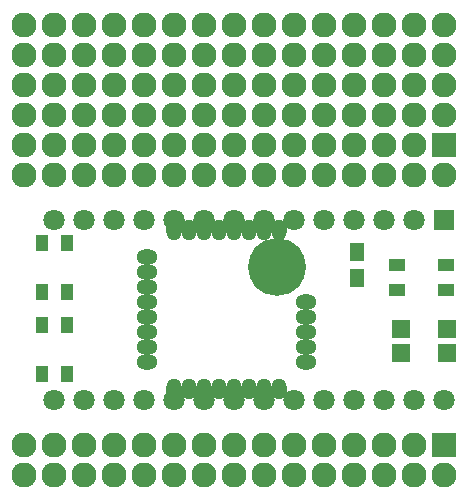
<source format=gts>
G04 #@! TF.FileFunction,Soldermask,Top*
%FSLAX46Y46*%
G04 Gerber Fmt 4.6, Leading zero omitted, Abs format (unit mm)*
G04 Created by KiCad (PCBNEW 4.0.2-stable) date 2016/05/22 12:46:19*
%MOMM*%
G01*
G04 APERTURE LIST*
%ADD10C,0.100000*%
%ADD11C,2.127200*%
%ADD12R,2.127200X2.127200*%
%ADD13O,2.127200X2.127200*%
%ADD14R,1.450000X1.050000*%
%ADD15R,1.050000X1.450000*%
%ADD16R,1.300000X1.600000*%
%ADD17R,1.797000X1.797000*%
%ADD18C,1.797000*%
%ADD19O,1.299160X1.800000*%
%ADD20O,1.300000X1.800000*%
%ADD21O,1.800000X1.300000*%
%ADD22O,1.800000X1.299160*%
%ADD23O,4.900000X4.900000*%
%ADD24R,1.598880X1.598880*%
G04 APERTURE END LIST*
D10*
D11*
X132080000Y-119126000D03*
X129540000Y-119126000D03*
X132080000Y-116586000D03*
X129540000Y-116586000D03*
X132080000Y-93726000D03*
X129540000Y-93726000D03*
X132080000Y-91186000D03*
X129540000Y-91186000D03*
X165100000Y-88646000D03*
X162560000Y-88646000D03*
X160020000Y-88646000D03*
X157480000Y-88646000D03*
X154940000Y-88646000D03*
X152400000Y-88646000D03*
X149860000Y-88646000D03*
X147320000Y-88646000D03*
X144780000Y-88646000D03*
X142240000Y-88646000D03*
X139700000Y-88646000D03*
X137160000Y-88646000D03*
X134620000Y-88646000D03*
X132080000Y-88646000D03*
X129540000Y-88646000D03*
X165100000Y-86106000D03*
X162560000Y-86106000D03*
X160020000Y-86106000D03*
X157480000Y-86106000D03*
X154940000Y-86106000D03*
X152400000Y-86106000D03*
X149860000Y-86106000D03*
X147320000Y-86106000D03*
X144780000Y-86106000D03*
X142240000Y-86106000D03*
X139700000Y-86106000D03*
X137160000Y-86106000D03*
X134620000Y-86106000D03*
X132080000Y-86106000D03*
X129540000Y-86106000D03*
X165100000Y-83566000D03*
X162560000Y-83566000D03*
X160020000Y-83566000D03*
X157480000Y-83566000D03*
X154940000Y-83566000D03*
X152400000Y-83566000D03*
X149860000Y-83566000D03*
X147320000Y-83566000D03*
X144780000Y-83566000D03*
X142240000Y-83566000D03*
X139700000Y-83566000D03*
X137160000Y-83566000D03*
X134620000Y-83566000D03*
X132080000Y-83566000D03*
X129540000Y-83566000D03*
X165100000Y-81026000D03*
X162560000Y-81026000D03*
X160020000Y-81026000D03*
X157480000Y-81026000D03*
X154940000Y-81026000D03*
X152400000Y-81026000D03*
X149860000Y-81026000D03*
X147320000Y-81026000D03*
X144780000Y-81026000D03*
X142240000Y-81026000D03*
X139700000Y-81026000D03*
X137160000Y-81026000D03*
X134620000Y-81026000D03*
X132080000Y-81026000D03*
D12*
X165100000Y-91186000D03*
D13*
X165100000Y-93726000D03*
X162560000Y-91186000D03*
X162560000Y-93726000D03*
X160020000Y-91186000D03*
X160020000Y-93726000D03*
X157480000Y-91186000D03*
X157480000Y-93726000D03*
X154940000Y-91186000D03*
X154940000Y-93726000D03*
X152400000Y-91186000D03*
X152400000Y-93726000D03*
X149860000Y-91186000D03*
X149860000Y-93726000D03*
X147320000Y-91186000D03*
X147320000Y-93726000D03*
X144780000Y-91186000D03*
X144780000Y-93726000D03*
X142240000Y-91186000D03*
X142240000Y-93726000D03*
X139700000Y-91186000D03*
X139700000Y-93726000D03*
X137160000Y-91186000D03*
X137160000Y-93726000D03*
X134620000Y-91186000D03*
X134620000Y-93726000D03*
D14*
X165277000Y-103530000D03*
X161127000Y-103530000D03*
X165277000Y-101380000D03*
X161127000Y-101380000D03*
D15*
X133248000Y-106503000D03*
X133248000Y-110653000D03*
X131098000Y-106503000D03*
X131098000Y-110653000D03*
D16*
X157798000Y-100310000D03*
X157798000Y-102510000D03*
D17*
X165100000Y-97536000D03*
D18*
X162560000Y-97536000D03*
X160020000Y-97536000D03*
X157480000Y-97536000D03*
X154940000Y-97536000D03*
X152400000Y-97536000D03*
X149860000Y-97536000D03*
X147320000Y-97536000D03*
X144780000Y-97536000D03*
X142240000Y-97536000D03*
X139700000Y-97536000D03*
X137160000Y-97536000D03*
X134620000Y-97536000D03*
X132080000Y-97536000D03*
X132080000Y-112776000D03*
X134620000Y-112776000D03*
X137160000Y-112776000D03*
X139700000Y-112776000D03*
X142240000Y-112776000D03*
X144780000Y-112776000D03*
X147320000Y-112776000D03*
X149860000Y-112776000D03*
X152400000Y-112776000D03*
X154940000Y-112776000D03*
X157480000Y-112776000D03*
X160020000Y-112776000D03*
X162560000Y-112776000D03*
X165100000Y-112776000D03*
D12*
X165100000Y-116586000D03*
D13*
X165100000Y-119126000D03*
X162560000Y-116586000D03*
X162560000Y-119126000D03*
X160020000Y-116586000D03*
X160020000Y-119126000D03*
X157480000Y-116586000D03*
X157480000Y-119126000D03*
X154940000Y-116586000D03*
X154940000Y-119126000D03*
X152400000Y-116586000D03*
X152400000Y-119126000D03*
X149860000Y-116586000D03*
X149860000Y-119126000D03*
X147320000Y-116586000D03*
X147320000Y-119126000D03*
X144780000Y-116586000D03*
X144780000Y-119126000D03*
X142240000Y-116586000D03*
X142240000Y-119126000D03*
X139700000Y-116586000D03*
X139700000Y-119126000D03*
X137160000Y-116586000D03*
X137160000Y-119126000D03*
X134620000Y-116586000D03*
X134620000Y-119126000D03*
D19*
X151130000Y-98419920D03*
X149860000Y-98419920D03*
X148590000Y-98419920D03*
X147320000Y-98419920D03*
D20*
X146050000Y-98419920D03*
X144780000Y-98419920D03*
X143510000Y-98419920D03*
X142240000Y-98419920D03*
D21*
X139948920Y-100711000D03*
X139948920Y-101981000D03*
X139948920Y-103251000D03*
X139948920Y-104521000D03*
X139948920Y-105791000D03*
X139948920Y-107061000D03*
X139948920Y-108331000D03*
X139948920Y-109601000D03*
D20*
X142240000Y-111889540D03*
X143510000Y-111889540D03*
X144780000Y-111889540D03*
X146050000Y-111889540D03*
X147320000Y-111889540D03*
X148590000Y-111889540D03*
X149860000Y-111889540D03*
X151130000Y-111889540D03*
D22*
X153418540Y-109601000D03*
D21*
X153418540Y-108331000D03*
X153418540Y-107061000D03*
X153418540Y-105791000D03*
X153418540Y-104521000D03*
D23*
X151000000Y-101571000D03*
D24*
X165354000Y-106773980D03*
X165354000Y-108872020D03*
X161480500Y-106773980D03*
X161480500Y-108872020D03*
D11*
X129540000Y-81026000D03*
D15*
X133248000Y-99518000D03*
X133248000Y-103668000D03*
X131098000Y-99518000D03*
X131098000Y-103668000D03*
M02*

</source>
